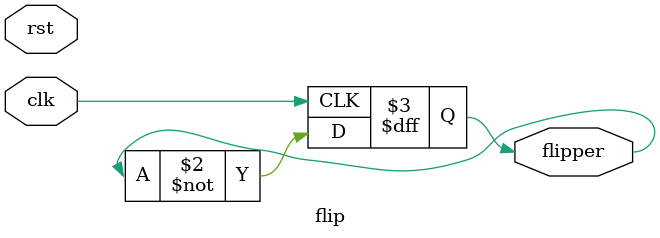
<source format=sv>
module flip(
    input logic  clk, rst, 
    output logic flipper
);    
    always_ff @(posedge clk) begin
        flipper <= ~flipper;
    end

endmodule
</source>
